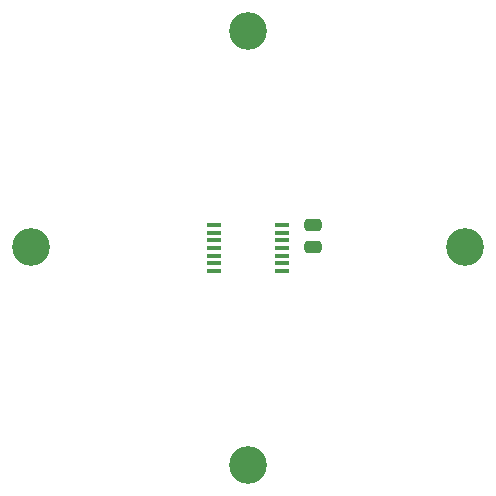
<source format=gbr>
%TF.GenerationSoftware,KiCad,Pcbnew,8.0.3*%
%TF.CreationDate,2024-07-17T14:54:55-05:00*%
%TF.ProjectId,Encoder,456e636f-6465-4722-9e6b-696361645f70,rev?*%
%TF.SameCoordinates,Original*%
%TF.FileFunction,Soldermask,Top*%
%TF.FilePolarity,Negative*%
%FSLAX46Y46*%
G04 Gerber Fmt 4.6, Leading zero omitted, Abs format (unit mm)*
G04 Created by KiCad (PCBNEW 8.0.3) date 2024-07-17 14:54:55*
%MOMM*%
%LPD*%
G01*
G04 APERTURE LIST*
G04 Aperture macros list*
%AMRoundRect*
0 Rectangle with rounded corners*
0 $1 Rounding radius*
0 $2 $3 $4 $5 $6 $7 $8 $9 X,Y pos of 4 corners*
0 Add a 4 corners polygon primitive as box body*
4,1,4,$2,$3,$4,$5,$6,$7,$8,$9,$2,$3,0*
0 Add four circle primitives for the rounded corners*
1,1,$1+$1,$2,$3*
1,1,$1+$1,$4,$5*
1,1,$1+$1,$6,$7*
1,1,$1+$1,$8,$9*
0 Add four rect primitives between the rounded corners*
20,1,$1+$1,$2,$3,$4,$5,0*
20,1,$1+$1,$4,$5,$6,$7,0*
20,1,$1+$1,$6,$7,$8,$9,0*
20,1,$1+$1,$8,$9,$2,$3,0*%
G04 Aperture macros list end*
%ADD10C,3.200000*%
%ADD11RoundRect,0.250000X0.475000X-0.250000X0.475000X0.250000X-0.475000X0.250000X-0.475000X-0.250000X0*%
%ADD12R,1.308100X0.355600*%
G04 APERTURE END LIST*
D10*
%TO.C,H3*%
X132000000Y-100900000D03*
%TD*%
D11*
%TO.C,C1*%
X137500000Y-82450000D03*
X137500000Y-80550000D03*
%TD*%
D10*
%TO.C,H1*%
X132000000Y-64100000D03*
%TD*%
%TO.C,H4*%
X113600000Y-82400000D03*
%TD*%
D12*
%TO.C,U1*%
X129098050Y-80549999D03*
X129098050Y-81200000D03*
X129098050Y-81850001D03*
X129098050Y-82500000D03*
X129098050Y-83149999D03*
X129098050Y-83800000D03*
X129098050Y-84449999D03*
X134901950Y-84450001D03*
X134901950Y-83800000D03*
X134901950Y-83150001D03*
X134901950Y-82500000D03*
X134901950Y-81850001D03*
X134901950Y-81200000D03*
X134901950Y-80550001D03*
%TD*%
D10*
%TO.C,H2*%
X150400000Y-82400000D03*
%TD*%
M02*

</source>
